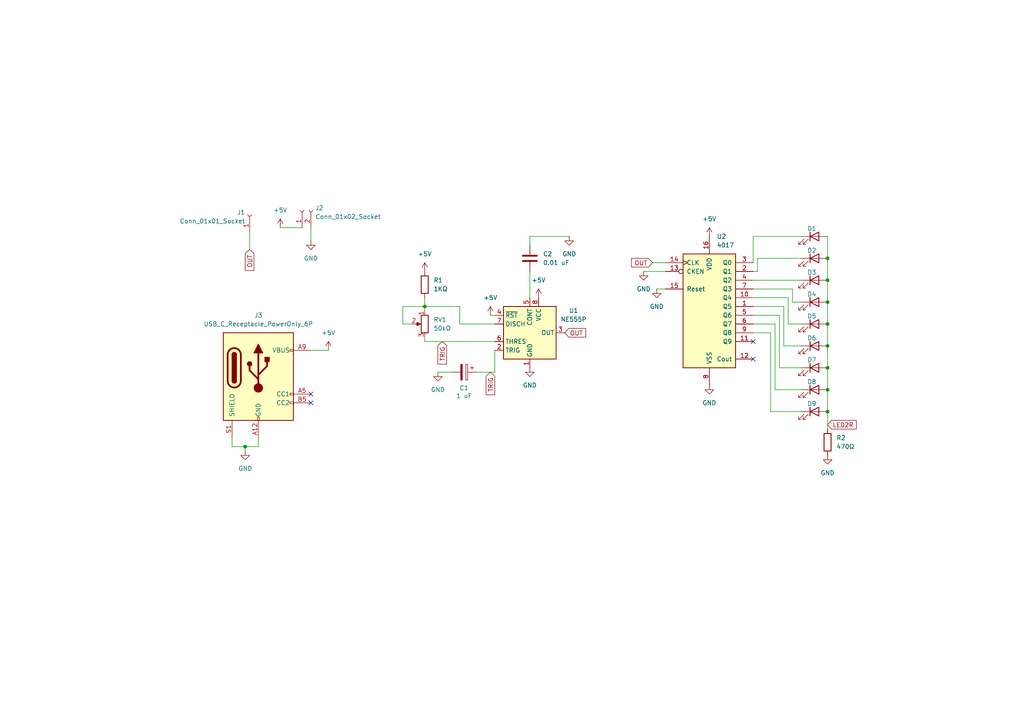
<source format=kicad_sch>
(kicad_sch (version 20250114) (generator "eeschema") (generator_version "9.0")
  (paper "A4")
  (lib_symbols
    (symbol "4xxx:4017" (pin_names (offset 1.016))
      (property "Reference" "U" (at -7.62 16.51 0))
      (property "Value" "4017" (at -7.62 -19.05 0))
      (symbol "4017_1_0"
        (pin input clock (at -12.7 12.7 0) (length 5.08) (name "CLK") (number "14"))
        (pin input inverted (at -12.7 10.16 0) (length 5.08) (name "CKEN") (number "13"))
        (pin input line (at -12.7 5.08 0) (length 5.08) (name "Reset") (number "15"))
        (pin power_in line (at 0 20.32 270) (length 5.08) (name "VDD") (number "16"))
        (pin power_in line (at 0 -22.86 90) (length 5.08) (name "VSS") (number "8"))
        (pin output line (at 12.7 12.7 180) (length 5.08) (name "Q0") (number "3"))
        (pin output line (at 12.7 10.16 180) (length 5.08) (name "Q1") (number "2"))
        (pin output line (at 12.7 7.62 180) (length 5.08) (name "Q2") (number "4"))
        (pin output line (at 12.7 5.08 180) (length 5.08) (name "Q3") (number "7"))
        (pin output line (at 12.7 2.54 180) (length 5.08) (name "Q4") (number "10"))
        (pin output line (at 12.7 0 180) (length 5.08) (name "Q5") (number "1"))
        (pin output line (at 12.7 -2.54 180) (length 5.08) (name "Q6") (number "5"))
        (pin output line (at 12.7 -5.08 180) (length 5.08) (name "Q7") (number "6"))
        (pin output line (at 12.7 -7.62 180) (length 5.08) (name "Q8") (number "9"))
        (pin output line (at 12.7 -10.16 180) (length 5.08) (name "Q9") (number "11"))
        (pin output line (at 12.7 -15.24 180) (length 5.08) (name "Cout") (number "12"))
      )
      (symbol "4017_1_1"
        (rectangle (start -7.62 15.24) (end 7.62 -17.78) (stroke (width 0.254)) (fill (type background)))
      )
    )
    (symbol "Connector:Conn_01x01_Socket" (pin_names (offset 1.016) (hide yes))
      (property "Reference" "J" (at 0 2.54 0))
      (property "Value" "Conn_01x01_Socket" (at 0 -2.54 0))
      (symbol "Conn_01x01_Socket_1_1"
        (polyline (pts (xy -1.27 0) (xy -0.508 0)) (stroke (width 0.1524)))
        (arc (start 0 -0.508) (mid -0.5058 0) (end 0 0.508) (stroke (width 0.1524)))
        (pin passive line (at -5.08 0 0) (length 3.81) (name "Pin_1") (number "1"))
      )
    )
    (symbol "Connector:Conn_01x02_Socket" (pin_names (offset 1.016) (hide yes))
      (property "Reference" "J" (at 0 2.54 0))
      (property "Value" "Conn_01x02_Socket" (at 0 -5.08 0))
      (symbol "Conn_01x02_Socket_1_1"
        (polyline (pts (xy -1.27 0) (xy -0.508 0)) (stroke (width 0.1524)))
        (polyline (pts (xy -1.27 -2.54) (xy -0.508 -2.54)) (stroke (width 0.1524)))
        (arc (start 0 -0.508) (mid -0.5058 0) (end 0 0.508) (stroke (width 0.1524)))
        (arc (start 0 -3.048) (mid -0.5058 -2.54) (end 0 -2.032) (stroke (width 0.1524)))
        (pin passive line (at -5.08 0 0) (length 3.81) (name "Pin_1") (number "1"))
        (pin passive line (at -5.08 -2.54 0) (length 3.81) (name "Pin_2") (number "2"))
      )
    )
    (symbol "Connector:USB_C_Receptacle_PowerOnly_6P" (pin_names (offset 1.016))
      (property "Reference" "J" (at 0 16.51 0))
      (property "Value" "USB_C_Receptacle_PowerOnly_6P" (at 0 13.97 0))
      (symbol "USB_C_Receptacle_PowerOnly_6P_0_0"
        (rectangle (start -0.254 -12.7) (end 0.254 -11.684))
        (rectangle (start 10.16 7.874) (end 9.144 7.366))
        (rectangle (start 10.16 -4.826) (end 9.144 -5.334))
        (rectangle (start 10.16 -7.366) (end 9.144 -7.874))
      )
      (symbol "USB_C_Receptacle_PowerOnly_6P_0_1"
        (rectangle (start -10.16 12.7) (end 10.16 -12.7) (stroke (width 0.254)) (fill (type background)))
        (polyline (pts (xy -8.89 -1.27) (xy -8.89 6.35)) (stroke (width 0.508)))
        (rectangle (start -7.62 -1.27) (end -6.35 6.35) (stroke (width 0.254)) (fill (type outline)))
        (arc (start -7.62 6.35) (mid -6.985 6.9823) (end -6.35 6.35) (stroke (width 0.254)))
        (arc (start -7.62 6.35) (mid -6.985 6.9823) (end -6.35 6.35) (stroke (width 0.254)) (fill (type outline)))
        (arc (start -8.89 6.35) (mid -6.985 8.2467) (end -5.08 6.35) (stroke (width 0.508)))
        (arc (start -5.08 -1.27) (mid -6.985 -3.1667) (end -8.89 -1.27) (stroke (width 0.508)))
        (arc (start -6.35 -1.27) (mid -6.985 -1.9023) (end -7.62 -1.27) (stroke (width 0.254)))
        (arc (start -6.35 -1.27) (mid -6.985 -1.9023) (end -7.62 -1.27) (stroke (width 0.254)) (fill (type outline)))
        (polyline (pts (xy -5.08 6.35) (xy -5.08 -1.27)) (stroke (width 0.508)))
        (circle (center -2.54 3.683) (radius 0.635) (stroke (width 0.254)) (fill (type outline)))
        (polyline (pts (xy -1.27 6.858) (xy 0 9.398) (xy 1.27 6.858) (xy -1.27 6.858)) (stroke (width 0.254)) (fill (type outline)))
        (polyline (pts (xy 0 0.508) (xy 2.54 3.048) (xy 2.54 4.318)) (stroke (width 0.508)))
        (polyline (pts (xy 0 -0.762) (xy -2.54 1.778) (xy -2.54 3.048)) (stroke (width 0.508)))
        (polyline (pts (xy 0 -3.302) (xy 0 6.858)) (stroke (width 0.508)))
        (circle (center 0 -3.302) (radius 1.27) (fill (type outline)))
        (rectangle (start 1.905 4.318) (end 3.175 5.588) (stroke (width 0.254)) (fill (type outline)))
      )
      (symbol "USB_C_Receptacle_PowerOnly_6P_1_1"
        (pin passive line (at -7.62 -17.78 90) (length 5.08) (name "SHIELD") (number "S1"))
        (pin passive line (at 0 -17.78 90) (length 5.08) (name "GND") (number "A12"))
        (pin passive line (at 0 -17.78 90) (length 5.08) (hide yes) (name "GND") (number "B12"))
        (pin passive line (at 15.24 7.62 180) (length 5.08) (name "VBUS") (number "A9"))
        (pin passive line (at 15.24 7.62 180) (length 5.08) (hide yes) (name "VBUS") (number "B9"))
        (pin bidirectional line (at 15.24 -5.08 180) (length 5.08) (name "CC1") (number "A5"))
        (pin bidirectional line (at 15.24 -7.62 180) (length 5.08) (name "CC2") (number "B5"))
      )
    )
    (symbol "Device:C" (pin_numbers (hide yes)) (pin_names (offset 0.254))
      (property "Reference" "C" (at 0.635 2.54 0))
      (property "Value" "C" (at 0.635 -2.54 0))
      (symbol "C_0_1"
        (polyline (pts (xy -2.032 0.762) (xy 2.032 0.762)) (stroke (width 0.508)))
        (polyline (pts (xy -2.032 -0.762) (xy 2.032 -0.762)) (stroke (width 0.508)))
      )
      (symbol "C_1_1"
        (pin passive line (at 0 3.81 270) (length 2.794) (name "~") (number "1"))
        (pin passive line (at 0 -3.81 90) (length 2.794) (name "~") (number "2"))
      )
    )
    (symbol "Device:C_Polarized" (pin_numbers (hide yes)) (pin_names (offset 0.254))
      (property "Reference" "C" (at 0.635 2.54 0))
      (property "Value" "C_Polarized" (at 0.635 -2.54 0))
      (symbol "C_Polarized_0_1"
        (rectangle (start -2.286 0.508) (end 2.286 1.016))
        (polyline (pts (xy -1.778 2.286) (xy -0.762 2.286)))
        (polyline (pts (xy -1.27 2.794) (xy -1.27 1.778)))
        (rectangle (start 2.286 -0.508) (end -2.286 -1.016) (fill (type outline)))
      )
      (symbol "C_Polarized_1_1"
        (pin passive line (at 0 3.81 270) (length 2.794) (name "~") (number "1"))
        (pin passive line (at 0 -3.81 90) (length 2.794) (name "~") (number "2"))
      )
    )
    (symbol "Device:LED" (pin_numbers (hide yes)) (pin_names (offset 1.016) (hide yes))
      (property "Reference" "D" (at 0 2.54 0))
      (property "Value" "LED" (at 0 -2.54 0))
      (symbol "LED_0_1"
        (polyline (pts (xy -3.048 -0.762) (xy -4.572 -2.286) (xy -3.81 -2.286) (xy -4.572 -2.286) (xy -4.572 -1.524)))
        (polyline (pts (xy -1.778 -0.762) (xy -3.302 -2.286) (xy -2.54 -2.286) (xy -3.302 -2.286) (xy -3.302 -1.524)))
        (polyline (pts (xy -1.27 0) (xy 1.27 0)))
        (polyline (pts (xy -1.27 -1.27) (xy -1.27 1.27)) (stroke (width 0.254)))
        (polyline (pts (xy 1.27 -1.27) (xy 1.27 1.27) (xy -1.27 0) (xy 1.27 -1.27)) (stroke (width 0.254)))
      )
      (symbol "LED_1_1"
        (pin passive line (at -3.81 0 0) (length 2.54) (name "K") (number "1"))
        (pin passive line (at 3.81 0 180) (length 2.54) (name "A") (number "2"))
      )
    )
    (symbol "Device:R" (pin_numbers (hide yes)) (pin_names (offset 0))
      (property "Reference" "R" (at 2.032 0 90))
      (property "Value" "R" (at 0 0 90))
      (symbol "R_0_1"
        (rectangle (start -1.016 -2.54) (end 1.016 2.54) (stroke (width 0.254)))
      )
      (symbol "R_1_1"
        (pin passive line (at 0 3.81 270) (length 1.27) (name "~") (number "1"))
        (pin passive line (at 0 -3.81 90) (length 1.27) (name "~") (number "2"))
      )
    )
    (symbol "Device:R_Potentiometer" (pin_names (offset 1.016) (hide yes))
      (property "Reference" "RV" (at -4.445 0 90))
      (property "Value" "R_Potentiometer" (at -2.54 0 90))
      (symbol "R_Potentiometer_0_1"
        (rectangle (start 1.016 2.54) (end -1.016 -2.54) (stroke (width 0.254)))
        (polyline (pts (xy 1.143 0) (xy 2.286 0.508) (xy 2.286 -0.508) (xy 1.143 0)) (fill (type outline)))
        (polyline (pts (xy 2.54 0) (xy 1.524 0)))
      )
      (symbol "R_Potentiometer_1_1"
        (pin passive line (at 0 3.81 270) (length 1.27) (name "1") (number "1"))
        (pin passive line (at 0 -3.81 90) (length 1.27) (name "3") (number "3"))
        (pin passive line (at 3.81 0 180) (length 1.27) (name "2") (number "2"))
      )
    )
    (symbol "Timer:NE555P"
      (property "Reference" "U" (at -10.16 8.89 0))
      (property "Value" "NE555P" (at 2.54 8.89 0))
      (symbol "NE555P_0_0"
        (pin power_in line (at 0 -10.16 90) (length 2.54) (name "GND") (number "1"))
        (pin power_in line (at 2.54 10.16 270) (length 2.54) (name "VCC") (number "8"))
      )
      (symbol "NE555P_0_1"
        (rectangle (start -7.62 7.62) (end 7.62 -7.62) (stroke (width 0.254)) (fill (type background)))
      )
      (symbol "NE555P_1_1"
        (pin input line (at -10.16 5.08 0) (length 2.54) (name "~{RST}") (number "4"))
        (pin input line (at -10.16 2.54 0) (length 2.54) (name "DISCH") (number "7"))
        (pin input line (at -10.16 -2.54 0) (length 2.54) (name "THRES") (number "6"))
        (pin input line (at -10.16 -5.08 0) (length 2.54) (name "TRIG") (number "2"))
        (pin open_collector line (at 0 10.16 270) (length 2.54) (name "CONT") (number "5"))
        (pin output line (at 10.16 0 180) (length 2.54) (name "OUT") (number "3"))
      )
    )
    (symbol "power:+5V" (power) (pin_numbers (hide yes)) (pin_names (offset 0) (hide yes))
      (property "Value" "+5V" (at 0 3.556 0))
      (symbol "+5V_0_1"
        (polyline (pts (xy -0.762 1.27) (xy 0 2.54)))
        (polyline (pts (xy 0 2.54) (xy 0.762 1.27)))
        (polyline (pts (xy 0 0) (xy 0 2.54)))
      )
      (symbol "+5V_1_1"
        (pin power_in line (at 0 0 90) (length 0) (name "~") (number "1"))
      )
    )
    (symbol "power:GND" (power) (pin_numbers (hide yes)) (pin_names (offset 0) (hide yes))
      (property "Value" "GND" (at 0 -3.81 0))
      (symbol "GND_0_1"
        (polyline (pts (xy 0 0) (xy 0 -1.27) (xy 1.27 -1.27) (xy 0 -2.54) (xy -1.27 -1.27) (xy 0 -1.27)))
      )
      (symbol "GND_1_1"
        (pin power_in line (at 0 0 270) (length 0) (name "~") (number "1"))
      )
    )
  )
  (junction (at 240.03 87.63))
  (junction (at 240.03 74.93))
  (junction (at 71.12 129.54))
  (junction (at 240.03 106.68))
  (junction (at 240.03 81.28))
  (junction (at 240.03 119.38))
  (junction (at 240.03 100.33))
  (junction (at 240.03 113.03))
  (junction (at 240.03 93.98))
  (junction (at 123.19 88.9))
  (no_connect (at 218.44 99.06))
  (no_connect (at 90.17 114.3))
  (no_connect (at 90.17 116.84))
  (no_connect (at 218.44 104.14))
  (wire (pts (xy 226.06 106.68) (xy 226.06 91.44)))
  (wire (pts (xy 189.23 76.2) (xy 193.04 76.2)))
  (wire (pts (xy 219.71 74.93) (xy 232.41 74.93)))
  (wire (pts (xy 116.84 93.98) (xy 119.38 93.98)))
  (wire (pts (xy 71.12 130.81) (xy 71.12 129.54)))
  (wire (pts (xy 240.03 87.63) (xy 240.03 93.98)))
  (wire (pts (xy 123.19 86.36) (xy 123.19 88.9)))
  (wire (pts (xy 228.6 86.36) (xy 218.44 86.36)))
  (wire (pts (xy 90.17 66.04) (xy 90.17 69.85)))
  (wire (pts (xy 227.33 100.33) (xy 227.33 88.9)))
  (wire (pts (xy 186.69 78.74) (xy 193.04 78.74)))
  (wire (pts (xy 143.51 101.6) (xy 143.51 107.95)))
  (wire (pts (xy 240.03 93.98) (xy 240.03 100.33)))
  (wire (pts (xy 229.87 87.63) (xy 232.41 87.63)))
  (wire (pts (xy 116.84 88.9) (xy 116.84 93.98)))
  (wire (pts (xy 143.51 93.98) (xy 133.35 93.98)))
  (wire (pts (xy 123.19 97.79) (xy 123.19 99.06)))
  (wire (pts (xy 81.28 66.04) (xy 87.63 66.04)))
  (wire (pts (xy 123.19 88.9) (xy 116.84 88.9)))
  (wire (pts (xy 138.43 107.95) (xy 143.51 107.95)))
  (wire (pts (xy 240.03 119.38) (xy 240.03 124.46)))
  (wire (pts (xy 227.33 88.9) (xy 218.44 88.9)))
  (wire (pts (xy 71.12 129.54) (xy 74.93 129.54)))
  (wire (pts (xy 240.03 81.28) (xy 240.03 87.63)))
  (wire (pts (xy 240.03 68.58) (xy 240.03 74.93)))
  (wire (pts (xy 67.31 129.54) (xy 71.12 129.54)))
  (wire (pts (xy 218.44 68.58) (xy 232.41 68.58)))
  (wire (pts (xy 226.06 91.44) (xy 218.44 91.44)))
  (wire (pts (xy 127 107.95) (xy 130.81 107.95)))
  (wire (pts (xy 223.52 119.38) (xy 232.41 119.38)))
  (wire (pts (xy 67.31 127) (xy 67.31 129.54)))
  (wire (pts (xy 232.41 93.98) (xy 228.6 93.98)))
  (wire (pts (xy 218.44 76.2) (xy 218.44 68.58)))
  (wire (pts (xy 123.19 99.06) (xy 143.51 99.06)))
  (wire (pts (xy 240.03 74.93) (xy 240.03 81.28)))
  (wire (pts (xy 232.41 100.33) (xy 227.33 100.33)))
  (wire (pts (xy 240.03 100.33) (xy 240.03 106.68)))
  (wire (pts (xy 133.35 93.98) (xy 133.35 88.9)))
  (wire (pts (xy 133.35 88.9) (xy 123.19 88.9)))
  (wire (pts (xy 219.71 78.74) (xy 219.71 74.93)))
  (wire (pts (xy 224.79 113.03) (xy 224.79 93.98)))
  (wire (pts (xy 190.5 83.82) (xy 193.04 83.82)))
  (wire (pts (xy 153.67 68.58) (xy 165.1 68.58)))
  (wire (pts (xy 153.67 78.74) (xy 153.67 86.36)))
  (wire (pts (xy 228.6 93.98) (xy 228.6 86.36)))
  (wire (pts (xy 218.44 78.74) (xy 219.71 78.74)))
  (wire (pts (xy 224.79 93.98) (xy 218.44 93.98)))
  (wire (pts (xy 72.39 67.31) (xy 72.39 72.39)))
  (wire (pts (xy 153.67 68.58) (xy 153.67 71.12)))
  (wire (pts (xy 123.19 88.9) (xy 123.19 90.17)))
  (wire (pts (xy 218.44 96.52) (xy 223.52 96.52)))
  (wire (pts (xy 90.17 101.6) (xy 95.25 101.6)))
  (wire (pts (xy 142.24 91.44) (xy 143.51 91.44)))
  (wire (pts (xy 232.41 106.68) (xy 226.06 106.68)))
  (wire (pts (xy 232.41 113.03) (xy 224.79 113.03)))
  (wire (pts (xy 229.87 83.82) (xy 229.87 87.63)))
  (wire (pts (xy 240.03 113.03) (xy 240.03 119.38)))
  (wire (pts (xy 223.52 96.52) (xy 223.52 119.38)))
  (wire (pts (xy 240.03 106.68) (xy 240.03 113.03)))
  (wire (pts (xy 74.93 129.54) (xy 74.93 127)))
  (wire (pts (xy 218.44 83.82) (xy 229.87 83.82)))
  (wire (pts (xy 218.44 81.28) (xy 232.41 81.28)))
  (global_label "OUT" (shape input) (at 72.39 72.39 270) (property "Intersheetrefs" "${INTERSHEET_REFS}" (effects (hide yes))))
  (global_label "OUT" (shape input) (at 189.23 76.2 180) (property "Intersheetrefs" "${INTERSHEET_REFS}" (effects (hide yes))))
  (global_label "LED2R" (shape input) (at 240.03 123.19 0) (property "Intersheetrefs" "${INTERSHEET_REFS}" (effects (hide yes))))
  (global_label "OUT" (shape input) (at 163.83 96.52 0) (property "Intersheetrefs" "${INTERSHEET_REFS}" (effects (hide yes))))
  (global_label "TRIG" (shape input) (at 128.27 99.06 270) (property "Intersheetrefs" "${INTERSHEET_REFS}" (effects (hide yes))))
  (global_label "TRIG" (shape input) (at 142.24 107.95 270) (property "Intersheetrefs" "${INTERSHEET_REFS}" (effects (hide yes))))
  (symbol (lib_id "Device:R") (at 240.03 128.27 0) (unit 1)
    (property "Reference" "R2" (at 242.57 126.9999 0) (effects (justify left)))
    (property "Value" "470Ω" (at 242.57 129.5399 0) (effects (justify left)))
    (property "Footprint" "Resistor_THT:R_Axial_DIN0207_L6.3mm_D2.5mm_P7.62mm_Horizontal" (effects (hide yes)))
    (property "Description" "Resistor" (effects (hide yes)))
  )
  (symbol (lib_id "power:GND") (at 190.5 83.82 0) (unit 1)
    (property "Reference" "#PWR013" (effects (hide yes)))
    (property "Value" "GND" (at 190.5 88.9 0))
    (property "Description" "Power symbol creates a global label with name \"GND\" , ground" (effects (hide yes)))
  )
  (symbol (lib_id "Device:LED") (at 236.22 81.28 0) (unit 1)
    (property "Reference" "D3" (at 235.458 78.994 0))
    (property "Value" "LED" (effects (hide yes)))
    (property "Footprint" "LED_THT:LED_D3.0mm" (effects (hide yes)))
    (property "Description" "Light emitting diode" (effects (hide yes)))
    (property "Sim.Pins" "1=K 2=A" (effects (hide yes)))
  )
  (symbol (lib_id "power:+5V") (at 123.19 78.74 0) (unit 1)
    (property "Reference" "#PWR08" (effects (hide yes)))
    (property "Value" "+5V" (at 123.19 73.66 0))
    (property "Description" "Power symbol creates a global label with name \"+5V\"" (effects (hide yes)))
  )
  (symbol (lib_id "Device:LED") (at 236.22 100.33 0) (unit 1)
    (property "Reference" "D6" (at 235.458 98.044 0))
    (property "Value" "LED" (effects (hide yes)))
    (property "Footprint" "LED_THT:LED_D3.0mm" (effects (hide yes)))
    (property "Description" "Light emitting diode" (effects (hide yes)))
    (property "Sim.Pins" "1=K 2=A" (effects (hide yes)))
  )
  (symbol (lib_id "Device:C_Polarized") (at 134.62 107.95 270) (unit 1)
    (property "Reference" "C1" (at 134.62 112.522 90))
    (property "Value" "1 uF" (at 134.62 114.808 90))
    (property "Footprint" "Capacitor_THT:CP_Radial_D5.0mm_P2.00mm" (effects (hide yes)))
    (property "Description" "Polarized capacitor" (effects (hide yes)))
  )
  (symbol (lib_id "power:+5V") (at 142.24 91.44 0) (unit 1)
    (property "Reference" "#PWR07" (effects (hide yes)))
    (property "Value" "+5V" (at 142.24 86.36 0))
    (property "Description" "Power symbol creates a global label with name \"+5V\"" (effects (hide yes)))
  )
  (symbol (lib_id "Device:R_Potentiometer") (at 123.19 93.98 0) (mirror y) (unit 1)
    (property "Reference" "RV1" (at 125.73 92.7099 0) (effects (justify right)))
    (property "Value" "50kΩ" (at 125.73 95.2499 0) (effects (justify right)))
    (property "Footprint" "Potentiometer_THT:Potentiometer_Vishay_T93YA_Vertical" (effects (hide yes)))
    (property "Description" "Potentiometer" (effects (hide yes)))
  )
  (symbol (lib_id "4xxx:4017") (at 205.74 88.9 0) (unit 1)
    (property "Reference" "U2" (at 207.8833 68.58 0) (effects (justify left)))
    (property "Value" "4017" (at 207.8833 71.12 0) (effects (justify left)))
    (property "Footprint" "BlinkyStuff:N16" (effects (hide yes)))
    (property "Datasheet" "http://www.intersil.com/content/dam/Intersil/documents/cd40/cd4017bms-22bms.pdf" (effects (hide yes)))
    (property "Description" "Johnson Counter ( 10 outputs )" (effects (hide yes)))
  )
  (symbol (lib_id "power:GND") (at 71.12 130.81 0) (unit 1)
    (property "Reference" "#PWR014" (effects (hide yes)))
    (property "Value" "GND" (at 71.12 135.89 0))
    (property "Description" "Power symbol creates a global label with name \"GND\" , ground" (effects (hide yes)))
  )
  (symbol (lib_id "Device:LED") (at 236.22 87.63 0) (unit 1)
    (property "Reference" "D4" (at 235.458 85.344 0))
    (property "Value" "LED" (effects (hide yes)))
    (property "Footprint" "LED_THT:LED_D3.0mm" (effects (hide yes)))
    (property "Description" "Light emitting diode" (effects (hide yes)))
    (property "Sim.Pins" "1=K 2=A" (effects (hide yes)))
  )
  (symbol (lib_id "power:+5V") (at 156.21 86.36 0) (unit 1)
    (property "Reference" "#PWR03" (effects (hide yes)))
    (property "Value" "+5V" (at 156.21 81.28 0))
    (property "Description" "Power symbol creates a global label with name \"+5V\"" (effects (hide yes)))
  )
  (symbol (lib_id "Device:LED") (at 236.22 106.68 0) (unit 1)
    (property "Reference" "D7" (at 235.458 104.394 0))
    (property "Value" "LED" (effects (hide yes)))
    (property "Footprint" "LED_THT:LED_D3.0mm" (effects (hide yes)))
    (property "Description" "Light emitting diode" (effects (hide yes)))
    (property "Sim.Pins" "1=K 2=A" (effects (hide yes)))
  )
  (symbol (lib_id "Device:LED") (at 236.22 119.38 0) (unit 1)
    (property "Reference" "D9" (at 235.458 117.094 0))
    (property "Value" "LED" (effects (hide yes)))
    (property "Footprint" "LED_THT:LED_D3.0mm" (effects (hide yes)))
    (property "Description" "Light emitting diode" (effects (hide yes)))
    (property "Sim.Pins" "1=K 2=A" (effects (hide yes)))
  )
  (symbol (lib_id "power:GND") (at 186.69 78.74 0) (unit 1)
    (property "Reference" "#PWR012" (effects (hide yes)))
    (property "Value" "GND" (at 186.69 83.82 0))
    (property "Description" "Power symbol creates a global label with name \"GND\" , ground" (effects (hide yes)))
  )
  (symbol (lib_id "Connector:Conn_01x02_Socket") (at 87.63 60.96 90) (unit 1)
    (property "Reference" "J2" (at 91.44 60.3249 90) (effects (justify right)))
    (property "Value" "Conn_01x02_Socket" (at 91.44 62.8649 90) (effects (justify right)))
    (property "Footprint" "Connector_PinHeader_2.54mm:PinHeader_1x02_P2.54mm_Vertical" (effects (hide yes)))
    (property "Description" "Generic connector, single row, 01x02, script generated" (effects (hide yes)))
  )
  (symbol (lib_id "power:+5V") (at 81.28 66.04 0) (unit 1)
    (property "Reference" "#PWR01" (effects (hide yes)))
    (property "Value" "+5V" (at 81.28 60.96 0))
    (property "Description" "Power symbol creates a global label with name \"+5V\"" (effects (hide yes)))
  )
  (symbol (lib_id "power:GND") (at 205.74 111.76 0) (unit 1)
    (property "Reference" "#PWR010" (effects (hide yes)))
    (property "Value" "GND" (at 205.74 116.84 0))
    (property "Description" "Power symbol creates a global label with name \"GND\" , ground" (effects (hide yes)))
  )
  (symbol (lib_id "power:+5V") (at 205.74 68.58 0) (unit 1)
    (property "Reference" "#PWR09" (effects (hide yes)))
    (property "Value" "+5V" (at 205.74 63.5 0))
    (property "Description" "Power symbol creates a global label with name \"+5V\"" (effects (hide yes)))
  )
  (symbol (lib_id "Device:R") (at 123.19 82.55 0) (unit 1)
    (property "Reference" "R1" (at 125.73 81.2799 0) (effects (justify left)))
    (property "Value" "1KΩ" (at 125.73 83.8199 0) (effects (justify left)))
    (property "Footprint" "Resistor_THT:R_Axial_DIN0207_L6.3mm_D2.5mm_P7.62mm_Horizontal" (effects (hide yes)))
    (property "Description" "Resistor" (effects (hide yes)))
  )
  (symbol (lib_id "Connector:USB_C_Receptacle_PowerOnly_6P") (at 74.93 109.22 0) (unit 1)
    (property "Reference" "J3" (at 74.93 91.44 0))
    (property "Value" "USB_C_Receptacle_PowerOnly_6P" (at 74.93 93.98 0))
    (property "Footprint" "ProLib_pcs_2026-02-15:USB-C-TH_TYPE-C-31-M-33" (effects (hide yes)))
    (property "Datasheet" "https://www.usb.org/sites/default/files/documents/usb_type-c.zip" (effects (hide yes)))
    (property "Description" "USB Power-Only 6P Type-C Receptacle connector" (effects (hide yes)))
  )
  (symbol (lib_id "power:GND") (at 127 107.95 0) (unit 1)
    (property "Reference" "#PWR05" (effects (hide yes)))
    (property "Value" "GND" (at 127 113.03 0))
    (property "Description" "Power symbol creates a global label with name \"GND\" , ground" (effects (hide yes)))
  )
  (symbol (lib_id "Device:LED") (at 236.22 74.93 0) (unit 1)
    (property "Reference" "D2" (at 235.458 72.644 0))
    (property "Value" "LED" (effects (hide yes)))
    (property "Footprint" "LED_THT:LED_D3.0mm" (effects (hide yes)))
    (property "Description" "Light emitting diode" (effects (hide yes)))
    (property "Sim.Pins" "1=K 2=A" (effects (hide yes)))
  )
  (symbol (lib_id "Device:LED") (at 236.22 68.58 0) (unit 1)
    (property "Reference" "D1" (at 235.458 66.294 0))
    (property "Value" "LED" (effects (hide yes)))
    (property "Footprint" "LED_THT:LED_D3.0mm" (effects (hide yes)))
    (property "Description" "Light emitting diode" (effects (hide yes)))
    (property "Sim.Pins" "1=K 2=A" (effects (hide yes)))
  )
  (symbol (lib_id "Device:C") (at 153.67 74.93 180) (unit 1)
    (property "Reference" "C2" (at 157.48 73.6599 0) (effects (justify right)))
    (property "Value" "0.01 uF" (at 157.48 76.1999 0) (effects (justify right)))
    (property "Footprint" "Capacitor_THT:C_Disc_D7.5mm_W2.5mm_P5.00mm" (effects (hide yes)))
    (property "Description" "Unpolarized capacitor" (effects (hide yes)))
  )
  (symbol (lib_id "power:GND") (at 240.03 132.08 0) (unit 1)
    (property "Reference" "#PWR011" (effects (hide yes)))
    (property "Value" "GND" (at 240.03 137.16 0))
    (property "Description" "Power symbol creates a global label with name \"GND\" , ground" (effects (hide yes)))
  )
  (symbol (lib_id "power:GND") (at 165.1 68.58 0) (unit 1)
    (property "Reference" "#PWR06" (effects (hide yes)))
    (property "Value" "GND" (at 165.1 73.66 0))
    (property "Description" "Power symbol creates a global label with name \"GND\" , ground" (effects (hide yes)))
  )
  (symbol (lib_id "power:GND") (at 153.67 106.68 0) (unit 1)
    (property "Reference" "#PWR04" (effects (hide yes)))
    (property "Value" "GND" (at 153.67 111.76 0))
    (property "Description" "Power symbol creates a global label with name \"GND\" , ground" (effects (hide yes)))
  )
  (symbol (lib_id "power:GND") (at 90.17 69.85 0) (unit 1)
    (property "Reference" "#PWR02" (effects (hide yes)))
    (property "Value" "GND" (at 90.17 74.93 0))
    (property "Description" "Power symbol creates a global label with name \"GND\" , ground" (effects (hide yes)))
  )
  (symbol (lib_id "Device:LED") (at 236.22 93.98 0) (unit 1)
    (property "Reference" "D5" (at 235.458 91.694 0))
    (property "Value" "LED" (effects (hide yes)))
    (property "Footprint" "LED_THT:LED_D3.0mm" (effects (hide yes)))
    (property "Description" "Light emitting diode" (effects (hide yes)))
    (property "Sim.Pins" "1=K 2=A" (effects (hide yes)))
  )
  (symbol (lib_id "Device:LED") (at 236.22 113.03 0) (unit 1)
    (property "Reference" "D8" (at 235.458 110.744 0))
    (property "Value" "LED" (effects (hide yes)))
    (property "Footprint" "LED_THT:LED_D3.0mm" (effects (hide yes)))
    (property "Description" "Light emitting diode" (effects (hide yes)))
    (property "Sim.Pins" "1=K 2=A" (effects (hide yes)))
  )
  (symbol (lib_id "Connector:Conn_01x01_Socket") (at 72.39 62.23 270) (mirror x) (unit 1)
    (property "Reference" "J1" (at 71.12 61.5949 90) (effects (justify right)))
    (property "Value" "Conn_01x01_Socket" (at 71.12 64.1349 90) (effects (justify right)))
    (property "Footprint" "Connector_PinHeader_2.54mm:PinHeader_1x01_P2.54mm_Vertical" (effects (hide yes)))
    (property "Description" "Generic connector, single row, 01x01, script generated" (effects (hide yes)))
  )
  (symbol (lib_id "power:+5V") (at 95.25 101.6 0) (unit 1)
    (property "Reference" "#PWR015" (effects (hide yes)))
    (property "Value" "+5V" (at 95.25 96.52 0))
    (property "Description" "Power symbol creates a global label with name \"+5V\"" (effects (hide yes)))
  )
  (symbol (lib_id "Timer:NE555P") (at 153.67 96.52 0) (unit 1)
    (property "Reference" "U1" (at 166.37 90.0998 0))
    (property "Value" "NE555P" (at 166.37 92.6398 0))
    (property "Footprint" "Package_DIP:DIP-8_W7.62mm" (effects (hide yes)))
    (property "Datasheet" "http://www.ti.com/lit/ds/symlink/ne555.pdf" (effects (hide yes)))
    (property "Description" "Precision Timers, 555 compatible, PDIP-8" (effects (hide yes)))
  )
)
</source>
